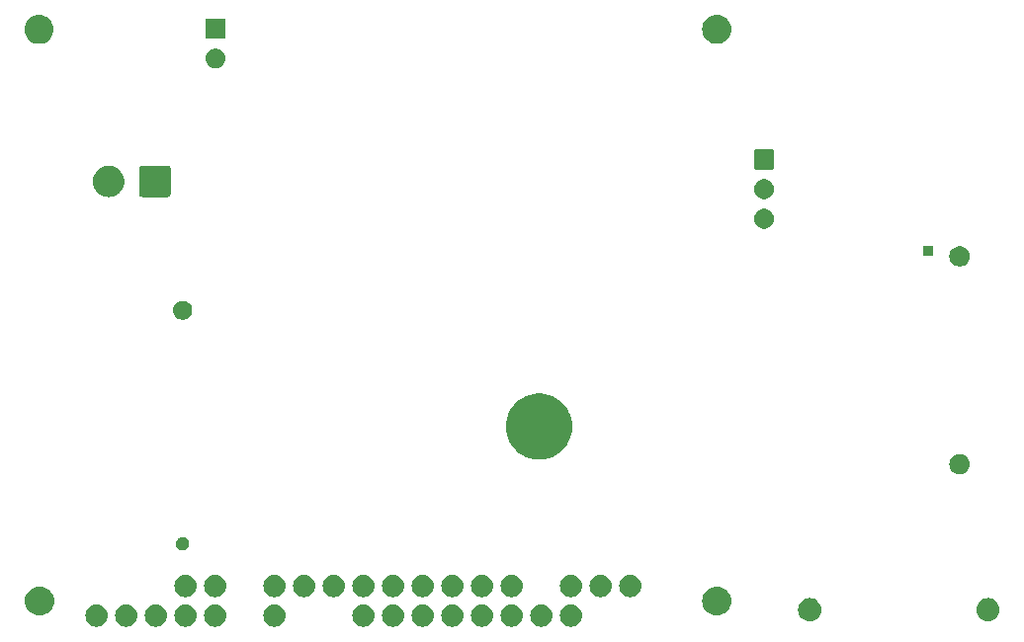
<source format=gbr>
%TF.GenerationSoftware,KiCad,Pcbnew,7.0.10*%
%TF.CreationDate,2024-12-22T17:19:54-08:00*%
%TF.ProjectId,mainbox2.1,6d61696e-626f-4783-922e-312e6b696361,rev?*%
%TF.SameCoordinates,Original*%
%TF.FileFunction,Soldermask,Bot*%
%TF.FilePolarity,Negative*%
%FSLAX46Y46*%
G04 Gerber Fmt 4.6, Leading zero omitted, Abs format (unit mm)*
G04 Created by KiCad (PCBNEW 7.0.10) date 2024-12-22 17:19:54*
%MOMM*%
%LPD*%
G01*
G04 APERTURE LIST*
G04 APERTURE END LIST*
G36*
X70231336Y-114448254D02*
G01*
X70409549Y-114502314D01*
X70573792Y-114590104D01*
X70717751Y-114708249D01*
X70835896Y-114852208D01*
X70923686Y-115016451D01*
X70977746Y-115194664D01*
X70996000Y-115380000D01*
X70977746Y-115565336D01*
X70923686Y-115743549D01*
X70835896Y-115907792D01*
X70717751Y-116051751D01*
X70573792Y-116169896D01*
X70409549Y-116257686D01*
X70231336Y-116311746D01*
X70046000Y-116330000D01*
X69860664Y-116311746D01*
X69682451Y-116257686D01*
X69518208Y-116169896D01*
X69374249Y-116051751D01*
X69256104Y-115907792D01*
X69168314Y-115743549D01*
X69114254Y-115565336D01*
X69096000Y-115380000D01*
X69114254Y-115194664D01*
X69168314Y-115016451D01*
X69256104Y-114852208D01*
X69374249Y-114708249D01*
X69518208Y-114590104D01*
X69682451Y-114502314D01*
X69860664Y-114448254D01*
X70046000Y-114430000D01*
X70231336Y-114448254D01*
G37*
G36*
X72771336Y-114448254D02*
G01*
X72949549Y-114502314D01*
X73113792Y-114590104D01*
X73257751Y-114708249D01*
X73375896Y-114852208D01*
X73463686Y-115016451D01*
X73517746Y-115194664D01*
X73536000Y-115380000D01*
X73517746Y-115565336D01*
X73463686Y-115743549D01*
X73375896Y-115907792D01*
X73257751Y-116051751D01*
X73113792Y-116169896D01*
X72949549Y-116257686D01*
X72771336Y-116311746D01*
X72586000Y-116330000D01*
X72400664Y-116311746D01*
X72222451Y-116257686D01*
X72058208Y-116169896D01*
X71914249Y-116051751D01*
X71796104Y-115907792D01*
X71708314Y-115743549D01*
X71654254Y-115565336D01*
X71636000Y-115380000D01*
X71654254Y-115194664D01*
X71708314Y-115016451D01*
X71796104Y-114852208D01*
X71914249Y-114708249D01*
X72058208Y-114590104D01*
X72222451Y-114502314D01*
X72400664Y-114448254D01*
X72586000Y-114430000D01*
X72771336Y-114448254D01*
G37*
G36*
X75311336Y-114448254D02*
G01*
X75489549Y-114502314D01*
X75653792Y-114590104D01*
X75797751Y-114708249D01*
X75915896Y-114852208D01*
X76003686Y-115016451D01*
X76057746Y-115194664D01*
X76076000Y-115380000D01*
X76057746Y-115565336D01*
X76003686Y-115743549D01*
X75915896Y-115907792D01*
X75797751Y-116051751D01*
X75653792Y-116169896D01*
X75489549Y-116257686D01*
X75311336Y-116311746D01*
X75126000Y-116330000D01*
X74940664Y-116311746D01*
X74762451Y-116257686D01*
X74598208Y-116169896D01*
X74454249Y-116051751D01*
X74336104Y-115907792D01*
X74248314Y-115743549D01*
X74194254Y-115565336D01*
X74176000Y-115380000D01*
X74194254Y-115194664D01*
X74248314Y-115016451D01*
X74336104Y-114852208D01*
X74454249Y-114708249D01*
X74598208Y-114590104D01*
X74762451Y-114502314D01*
X74940664Y-114448254D01*
X75126000Y-114430000D01*
X75311336Y-114448254D01*
G37*
G36*
X77851336Y-114448254D02*
G01*
X78029549Y-114502314D01*
X78193792Y-114590104D01*
X78337751Y-114708249D01*
X78455896Y-114852208D01*
X78543686Y-115016451D01*
X78597746Y-115194664D01*
X78616000Y-115380000D01*
X78597746Y-115565336D01*
X78543686Y-115743549D01*
X78455896Y-115907792D01*
X78337751Y-116051751D01*
X78193792Y-116169896D01*
X78029549Y-116257686D01*
X77851336Y-116311746D01*
X77666000Y-116330000D01*
X77480664Y-116311746D01*
X77302451Y-116257686D01*
X77138208Y-116169896D01*
X76994249Y-116051751D01*
X76876104Y-115907792D01*
X76788314Y-115743549D01*
X76734254Y-115565336D01*
X76716000Y-115380000D01*
X76734254Y-115194664D01*
X76788314Y-115016451D01*
X76876104Y-114852208D01*
X76994249Y-114708249D01*
X77138208Y-114590104D01*
X77302451Y-114502314D01*
X77480664Y-114448254D01*
X77666000Y-114430000D01*
X77851336Y-114448254D01*
G37*
G36*
X80391336Y-114448254D02*
G01*
X80569549Y-114502314D01*
X80733792Y-114590104D01*
X80877751Y-114708249D01*
X80995896Y-114852208D01*
X81083686Y-115016451D01*
X81137746Y-115194664D01*
X81156000Y-115380000D01*
X81137746Y-115565336D01*
X81083686Y-115743549D01*
X80995896Y-115907792D01*
X80877751Y-116051751D01*
X80733792Y-116169896D01*
X80569549Y-116257686D01*
X80391336Y-116311746D01*
X80206000Y-116330000D01*
X80020664Y-116311746D01*
X79842451Y-116257686D01*
X79678208Y-116169896D01*
X79534249Y-116051751D01*
X79416104Y-115907792D01*
X79328314Y-115743549D01*
X79274254Y-115565336D01*
X79256000Y-115380000D01*
X79274254Y-115194664D01*
X79328314Y-115016451D01*
X79416104Y-114852208D01*
X79534249Y-114708249D01*
X79678208Y-114590104D01*
X79842451Y-114502314D01*
X80020664Y-114448254D01*
X80206000Y-114430000D01*
X80391336Y-114448254D01*
G37*
G36*
X85471336Y-114448254D02*
G01*
X85649549Y-114502314D01*
X85813792Y-114590104D01*
X85957751Y-114708249D01*
X86075896Y-114852208D01*
X86163686Y-115016451D01*
X86217746Y-115194664D01*
X86236000Y-115380000D01*
X86217746Y-115565336D01*
X86163686Y-115743549D01*
X86075896Y-115907792D01*
X85957751Y-116051751D01*
X85813792Y-116169896D01*
X85649549Y-116257686D01*
X85471336Y-116311746D01*
X85286000Y-116330000D01*
X85100664Y-116311746D01*
X84922451Y-116257686D01*
X84758208Y-116169896D01*
X84614249Y-116051751D01*
X84496104Y-115907792D01*
X84408314Y-115743549D01*
X84354254Y-115565336D01*
X84336000Y-115380000D01*
X84354254Y-115194664D01*
X84408314Y-115016451D01*
X84496104Y-114852208D01*
X84614249Y-114708249D01*
X84758208Y-114590104D01*
X84922451Y-114502314D01*
X85100664Y-114448254D01*
X85286000Y-114430000D01*
X85471336Y-114448254D01*
G37*
G36*
X93091336Y-114448254D02*
G01*
X93269549Y-114502314D01*
X93433792Y-114590104D01*
X93577751Y-114708249D01*
X93695896Y-114852208D01*
X93783686Y-115016451D01*
X93837746Y-115194664D01*
X93856000Y-115380000D01*
X93837746Y-115565336D01*
X93783686Y-115743549D01*
X93695896Y-115907792D01*
X93577751Y-116051751D01*
X93433792Y-116169896D01*
X93269549Y-116257686D01*
X93091336Y-116311746D01*
X92906000Y-116330000D01*
X92720664Y-116311746D01*
X92542451Y-116257686D01*
X92378208Y-116169896D01*
X92234249Y-116051751D01*
X92116104Y-115907792D01*
X92028314Y-115743549D01*
X91974254Y-115565336D01*
X91956000Y-115380000D01*
X91974254Y-115194664D01*
X92028314Y-115016451D01*
X92116104Y-114852208D01*
X92234249Y-114708249D01*
X92378208Y-114590104D01*
X92542451Y-114502314D01*
X92720664Y-114448254D01*
X92906000Y-114430000D01*
X93091336Y-114448254D01*
G37*
G36*
X95631336Y-114448254D02*
G01*
X95809549Y-114502314D01*
X95973792Y-114590104D01*
X96117751Y-114708249D01*
X96235896Y-114852208D01*
X96323686Y-115016451D01*
X96377746Y-115194664D01*
X96396000Y-115380000D01*
X96377746Y-115565336D01*
X96323686Y-115743549D01*
X96235896Y-115907792D01*
X96117751Y-116051751D01*
X95973792Y-116169896D01*
X95809549Y-116257686D01*
X95631336Y-116311746D01*
X95446000Y-116330000D01*
X95260664Y-116311746D01*
X95082451Y-116257686D01*
X94918208Y-116169896D01*
X94774249Y-116051751D01*
X94656104Y-115907792D01*
X94568314Y-115743549D01*
X94514254Y-115565336D01*
X94496000Y-115380000D01*
X94514254Y-115194664D01*
X94568314Y-115016451D01*
X94656104Y-114852208D01*
X94774249Y-114708249D01*
X94918208Y-114590104D01*
X95082451Y-114502314D01*
X95260664Y-114448254D01*
X95446000Y-114430000D01*
X95631336Y-114448254D01*
G37*
G36*
X98171336Y-114448254D02*
G01*
X98349549Y-114502314D01*
X98513792Y-114590104D01*
X98657751Y-114708249D01*
X98775896Y-114852208D01*
X98863686Y-115016451D01*
X98917746Y-115194664D01*
X98936000Y-115380000D01*
X98917746Y-115565336D01*
X98863686Y-115743549D01*
X98775896Y-115907792D01*
X98657751Y-116051751D01*
X98513792Y-116169896D01*
X98349549Y-116257686D01*
X98171336Y-116311746D01*
X97986000Y-116330000D01*
X97800664Y-116311746D01*
X97622451Y-116257686D01*
X97458208Y-116169896D01*
X97314249Y-116051751D01*
X97196104Y-115907792D01*
X97108314Y-115743549D01*
X97054254Y-115565336D01*
X97036000Y-115380000D01*
X97054254Y-115194664D01*
X97108314Y-115016451D01*
X97196104Y-114852208D01*
X97314249Y-114708249D01*
X97458208Y-114590104D01*
X97622451Y-114502314D01*
X97800664Y-114448254D01*
X97986000Y-114430000D01*
X98171336Y-114448254D01*
G37*
G36*
X100711336Y-114448254D02*
G01*
X100889549Y-114502314D01*
X101053792Y-114590104D01*
X101197751Y-114708249D01*
X101315896Y-114852208D01*
X101403686Y-115016451D01*
X101457746Y-115194664D01*
X101476000Y-115380000D01*
X101457746Y-115565336D01*
X101403686Y-115743549D01*
X101315896Y-115907792D01*
X101197751Y-116051751D01*
X101053792Y-116169896D01*
X100889549Y-116257686D01*
X100711336Y-116311746D01*
X100526000Y-116330000D01*
X100340664Y-116311746D01*
X100162451Y-116257686D01*
X99998208Y-116169896D01*
X99854249Y-116051751D01*
X99736104Y-115907792D01*
X99648314Y-115743549D01*
X99594254Y-115565336D01*
X99576000Y-115380000D01*
X99594254Y-115194664D01*
X99648314Y-115016451D01*
X99736104Y-114852208D01*
X99854249Y-114708249D01*
X99998208Y-114590104D01*
X100162451Y-114502314D01*
X100340664Y-114448254D01*
X100526000Y-114430000D01*
X100711336Y-114448254D01*
G37*
G36*
X103251336Y-114448254D02*
G01*
X103429549Y-114502314D01*
X103593792Y-114590104D01*
X103737751Y-114708249D01*
X103855896Y-114852208D01*
X103943686Y-115016451D01*
X103997746Y-115194664D01*
X104016000Y-115380000D01*
X103997746Y-115565336D01*
X103943686Y-115743549D01*
X103855896Y-115907792D01*
X103737751Y-116051751D01*
X103593792Y-116169896D01*
X103429549Y-116257686D01*
X103251336Y-116311746D01*
X103066000Y-116330000D01*
X102880664Y-116311746D01*
X102702451Y-116257686D01*
X102538208Y-116169896D01*
X102394249Y-116051751D01*
X102276104Y-115907792D01*
X102188314Y-115743549D01*
X102134254Y-115565336D01*
X102116000Y-115380000D01*
X102134254Y-115194664D01*
X102188314Y-115016451D01*
X102276104Y-114852208D01*
X102394249Y-114708249D01*
X102538208Y-114590104D01*
X102702451Y-114502314D01*
X102880664Y-114448254D01*
X103066000Y-114430000D01*
X103251336Y-114448254D01*
G37*
G36*
X105791336Y-114448254D02*
G01*
X105969549Y-114502314D01*
X106133792Y-114590104D01*
X106277751Y-114708249D01*
X106395896Y-114852208D01*
X106483686Y-115016451D01*
X106537746Y-115194664D01*
X106556000Y-115380000D01*
X106537746Y-115565336D01*
X106483686Y-115743549D01*
X106395896Y-115907792D01*
X106277751Y-116051751D01*
X106133792Y-116169896D01*
X105969549Y-116257686D01*
X105791336Y-116311746D01*
X105606000Y-116330000D01*
X105420664Y-116311746D01*
X105242451Y-116257686D01*
X105078208Y-116169896D01*
X104934249Y-116051751D01*
X104816104Y-115907792D01*
X104728314Y-115743549D01*
X104674254Y-115565336D01*
X104656000Y-115380000D01*
X104674254Y-115194664D01*
X104728314Y-115016451D01*
X104816104Y-114852208D01*
X104934249Y-114708249D01*
X105078208Y-114590104D01*
X105242451Y-114502314D01*
X105420664Y-114448254D01*
X105606000Y-114430000D01*
X105791336Y-114448254D01*
G37*
G36*
X108331336Y-114448254D02*
G01*
X108509549Y-114502314D01*
X108673792Y-114590104D01*
X108817751Y-114708249D01*
X108935896Y-114852208D01*
X109023686Y-115016451D01*
X109077746Y-115194664D01*
X109096000Y-115380000D01*
X109077746Y-115565336D01*
X109023686Y-115743549D01*
X108935896Y-115907792D01*
X108817751Y-116051751D01*
X108673792Y-116169896D01*
X108509549Y-116257686D01*
X108331336Y-116311746D01*
X108146000Y-116330000D01*
X107960664Y-116311746D01*
X107782451Y-116257686D01*
X107618208Y-116169896D01*
X107474249Y-116051751D01*
X107356104Y-115907792D01*
X107268314Y-115743549D01*
X107214254Y-115565336D01*
X107196000Y-115380000D01*
X107214254Y-115194664D01*
X107268314Y-115016451D01*
X107356104Y-114852208D01*
X107474249Y-114708249D01*
X107618208Y-114590104D01*
X107782451Y-114502314D01*
X107960664Y-114448254D01*
X108146000Y-114430000D01*
X108331336Y-114448254D01*
G37*
G36*
X110871336Y-114448254D02*
G01*
X111049549Y-114502314D01*
X111213792Y-114590104D01*
X111357751Y-114708249D01*
X111475896Y-114852208D01*
X111563686Y-115016451D01*
X111617746Y-115194664D01*
X111636000Y-115380000D01*
X111617746Y-115565336D01*
X111563686Y-115743549D01*
X111475896Y-115907792D01*
X111357751Y-116051751D01*
X111213792Y-116169896D01*
X111049549Y-116257686D01*
X110871336Y-116311746D01*
X110686000Y-116330000D01*
X110500664Y-116311746D01*
X110322451Y-116257686D01*
X110158208Y-116169896D01*
X110014249Y-116051751D01*
X109896104Y-115907792D01*
X109808314Y-115743549D01*
X109754254Y-115565336D01*
X109736000Y-115380000D01*
X109754254Y-115194664D01*
X109808314Y-115016451D01*
X109896104Y-114852208D01*
X110014249Y-114708249D01*
X110158208Y-114590104D01*
X110322451Y-114502314D01*
X110500664Y-114448254D01*
X110686000Y-114430000D01*
X110871336Y-114448254D01*
G37*
G36*
X131331090Y-113889215D02*
G01*
X131518683Y-113946120D01*
X131691570Y-114038530D01*
X131843107Y-114162893D01*
X131967470Y-114314430D01*
X132059880Y-114487317D01*
X132116785Y-114674910D01*
X132136000Y-114870000D01*
X132116785Y-115065090D01*
X132059880Y-115252683D01*
X131967470Y-115425570D01*
X131843107Y-115577107D01*
X131691570Y-115701470D01*
X131518683Y-115793880D01*
X131331090Y-115850785D01*
X131136000Y-115870000D01*
X130940910Y-115850785D01*
X130753317Y-115793880D01*
X130580430Y-115701470D01*
X130428893Y-115577107D01*
X130304530Y-115425570D01*
X130212120Y-115252683D01*
X130155215Y-115065090D01*
X130136000Y-114870000D01*
X130155215Y-114674910D01*
X130212120Y-114487317D01*
X130304530Y-114314430D01*
X130428893Y-114162893D01*
X130580430Y-114038530D01*
X130753317Y-113946120D01*
X130940910Y-113889215D01*
X131136000Y-113870000D01*
X131331090Y-113889215D01*
G37*
G36*
X146611090Y-113889215D02*
G01*
X146798683Y-113946120D01*
X146971570Y-114038530D01*
X147123107Y-114162893D01*
X147247470Y-114314430D01*
X147339880Y-114487317D01*
X147396785Y-114674910D01*
X147416000Y-114870000D01*
X147396785Y-115065090D01*
X147339880Y-115252683D01*
X147247470Y-115425570D01*
X147123107Y-115577107D01*
X146971570Y-115701470D01*
X146798683Y-115793880D01*
X146611090Y-115850785D01*
X146416000Y-115870000D01*
X146220910Y-115850785D01*
X146033317Y-115793880D01*
X145860430Y-115701470D01*
X145708893Y-115577107D01*
X145584530Y-115425570D01*
X145492120Y-115252683D01*
X145435215Y-115065090D01*
X145416000Y-114870000D01*
X145435215Y-114674910D01*
X145492120Y-114487317D01*
X145584530Y-114314430D01*
X145708893Y-114162893D01*
X145860430Y-114038530D01*
X146033317Y-113946120D01*
X146220910Y-113889215D01*
X146416000Y-113870000D01*
X146611090Y-113889215D01*
G37*
G36*
X65393060Y-112888990D02*
G01*
X65603525Y-112945384D01*
X65801000Y-113037468D01*
X65979485Y-113162444D01*
X66133556Y-113316515D01*
X66258532Y-113495000D01*
X66350616Y-113692475D01*
X66407010Y-113902940D01*
X66426000Y-114120000D01*
X66407010Y-114337060D01*
X66350616Y-114547525D01*
X66258532Y-114745000D01*
X66133556Y-114923485D01*
X65979485Y-115077556D01*
X65801000Y-115202532D01*
X65603525Y-115294616D01*
X65393060Y-115351010D01*
X65176000Y-115370000D01*
X64958940Y-115351010D01*
X64748475Y-115294616D01*
X64551000Y-115202532D01*
X64372515Y-115077556D01*
X64218444Y-114923485D01*
X64093468Y-114745000D01*
X64001384Y-114547525D01*
X63944990Y-114337060D01*
X63926000Y-114120000D01*
X63944990Y-113902940D01*
X64001384Y-113692475D01*
X64093468Y-113495000D01*
X64218444Y-113316515D01*
X64372515Y-113162444D01*
X64551000Y-113037468D01*
X64748475Y-112945384D01*
X64958940Y-112888990D01*
X65176000Y-112870000D01*
X65393060Y-112888990D01*
G37*
G36*
X123393060Y-112888990D02*
G01*
X123603525Y-112945384D01*
X123801000Y-113037468D01*
X123979485Y-113162444D01*
X124133556Y-113316515D01*
X124258532Y-113495000D01*
X124350616Y-113692475D01*
X124407010Y-113902940D01*
X124426000Y-114120000D01*
X124407010Y-114337060D01*
X124350616Y-114547525D01*
X124258532Y-114745000D01*
X124133556Y-114923485D01*
X123979485Y-115077556D01*
X123801000Y-115202532D01*
X123603525Y-115294616D01*
X123393060Y-115351010D01*
X123176000Y-115370000D01*
X122958940Y-115351010D01*
X122748475Y-115294616D01*
X122551000Y-115202532D01*
X122372515Y-115077556D01*
X122218444Y-114923485D01*
X122093468Y-114745000D01*
X122001384Y-114547525D01*
X121944990Y-114337060D01*
X121926000Y-114120000D01*
X121944990Y-113902940D01*
X122001384Y-113692475D01*
X122093468Y-113495000D01*
X122218444Y-113316515D01*
X122372515Y-113162444D01*
X122551000Y-113037468D01*
X122748475Y-112945384D01*
X122958940Y-112888990D01*
X123176000Y-112870000D01*
X123393060Y-112888990D01*
G37*
G36*
X77851336Y-111908254D02*
G01*
X78029549Y-111962314D01*
X78193792Y-112050104D01*
X78337751Y-112168249D01*
X78455896Y-112312208D01*
X78543686Y-112476451D01*
X78597746Y-112654664D01*
X78616000Y-112840000D01*
X78597746Y-113025336D01*
X78543686Y-113203549D01*
X78455896Y-113367792D01*
X78337751Y-113511751D01*
X78193792Y-113629896D01*
X78029549Y-113717686D01*
X77851336Y-113771746D01*
X77666000Y-113790000D01*
X77480664Y-113771746D01*
X77302451Y-113717686D01*
X77138208Y-113629896D01*
X76994249Y-113511751D01*
X76876104Y-113367792D01*
X76788314Y-113203549D01*
X76734254Y-113025336D01*
X76716000Y-112840000D01*
X76734254Y-112654664D01*
X76788314Y-112476451D01*
X76876104Y-112312208D01*
X76994249Y-112168249D01*
X77138208Y-112050104D01*
X77302451Y-111962314D01*
X77480664Y-111908254D01*
X77666000Y-111890000D01*
X77851336Y-111908254D01*
G37*
G36*
X80391336Y-111908254D02*
G01*
X80569549Y-111962314D01*
X80733792Y-112050104D01*
X80877751Y-112168249D01*
X80995896Y-112312208D01*
X81083686Y-112476451D01*
X81137746Y-112654664D01*
X81156000Y-112840000D01*
X81137746Y-113025336D01*
X81083686Y-113203549D01*
X80995896Y-113367792D01*
X80877751Y-113511751D01*
X80733792Y-113629896D01*
X80569549Y-113717686D01*
X80391336Y-113771746D01*
X80206000Y-113790000D01*
X80020664Y-113771746D01*
X79842451Y-113717686D01*
X79678208Y-113629896D01*
X79534249Y-113511751D01*
X79416104Y-113367792D01*
X79328314Y-113203549D01*
X79274254Y-113025336D01*
X79256000Y-112840000D01*
X79274254Y-112654664D01*
X79328314Y-112476451D01*
X79416104Y-112312208D01*
X79534249Y-112168249D01*
X79678208Y-112050104D01*
X79842451Y-111962314D01*
X80020664Y-111908254D01*
X80206000Y-111890000D01*
X80391336Y-111908254D01*
G37*
G36*
X85471336Y-111908254D02*
G01*
X85649549Y-111962314D01*
X85813792Y-112050104D01*
X85957751Y-112168249D01*
X86075896Y-112312208D01*
X86163686Y-112476451D01*
X86217746Y-112654664D01*
X86236000Y-112840000D01*
X86217746Y-113025336D01*
X86163686Y-113203549D01*
X86075896Y-113367792D01*
X85957751Y-113511751D01*
X85813792Y-113629896D01*
X85649549Y-113717686D01*
X85471336Y-113771746D01*
X85286000Y-113790000D01*
X85100664Y-113771746D01*
X84922451Y-113717686D01*
X84758208Y-113629896D01*
X84614249Y-113511751D01*
X84496104Y-113367792D01*
X84408314Y-113203549D01*
X84354254Y-113025336D01*
X84336000Y-112840000D01*
X84354254Y-112654664D01*
X84408314Y-112476451D01*
X84496104Y-112312208D01*
X84614249Y-112168249D01*
X84758208Y-112050104D01*
X84922451Y-111962314D01*
X85100664Y-111908254D01*
X85286000Y-111890000D01*
X85471336Y-111908254D01*
G37*
G36*
X88011336Y-111908254D02*
G01*
X88189549Y-111962314D01*
X88353792Y-112050104D01*
X88497751Y-112168249D01*
X88615896Y-112312208D01*
X88703686Y-112476451D01*
X88757746Y-112654664D01*
X88776000Y-112840000D01*
X88757746Y-113025336D01*
X88703686Y-113203549D01*
X88615896Y-113367792D01*
X88497751Y-113511751D01*
X88353792Y-113629896D01*
X88189549Y-113717686D01*
X88011336Y-113771746D01*
X87826000Y-113790000D01*
X87640664Y-113771746D01*
X87462451Y-113717686D01*
X87298208Y-113629896D01*
X87154249Y-113511751D01*
X87036104Y-113367792D01*
X86948314Y-113203549D01*
X86894254Y-113025336D01*
X86876000Y-112840000D01*
X86894254Y-112654664D01*
X86948314Y-112476451D01*
X87036104Y-112312208D01*
X87154249Y-112168249D01*
X87298208Y-112050104D01*
X87462451Y-111962314D01*
X87640664Y-111908254D01*
X87826000Y-111890000D01*
X88011336Y-111908254D01*
G37*
G36*
X90551336Y-111908254D02*
G01*
X90729549Y-111962314D01*
X90893792Y-112050104D01*
X91037751Y-112168249D01*
X91155896Y-112312208D01*
X91243686Y-112476451D01*
X91297746Y-112654664D01*
X91316000Y-112840000D01*
X91297746Y-113025336D01*
X91243686Y-113203549D01*
X91155896Y-113367792D01*
X91037751Y-113511751D01*
X90893792Y-113629896D01*
X90729549Y-113717686D01*
X90551336Y-113771746D01*
X90366000Y-113790000D01*
X90180664Y-113771746D01*
X90002451Y-113717686D01*
X89838208Y-113629896D01*
X89694249Y-113511751D01*
X89576104Y-113367792D01*
X89488314Y-113203549D01*
X89434254Y-113025336D01*
X89416000Y-112840000D01*
X89434254Y-112654664D01*
X89488314Y-112476451D01*
X89576104Y-112312208D01*
X89694249Y-112168249D01*
X89838208Y-112050104D01*
X90002451Y-111962314D01*
X90180664Y-111908254D01*
X90366000Y-111890000D01*
X90551336Y-111908254D01*
G37*
G36*
X93091336Y-111908254D02*
G01*
X93269549Y-111962314D01*
X93433792Y-112050104D01*
X93577751Y-112168249D01*
X93695896Y-112312208D01*
X93783686Y-112476451D01*
X93837746Y-112654664D01*
X93856000Y-112840000D01*
X93837746Y-113025336D01*
X93783686Y-113203549D01*
X93695896Y-113367792D01*
X93577751Y-113511751D01*
X93433792Y-113629896D01*
X93269549Y-113717686D01*
X93091336Y-113771746D01*
X92906000Y-113790000D01*
X92720664Y-113771746D01*
X92542451Y-113717686D01*
X92378208Y-113629896D01*
X92234249Y-113511751D01*
X92116104Y-113367792D01*
X92028314Y-113203549D01*
X91974254Y-113025336D01*
X91956000Y-112840000D01*
X91974254Y-112654664D01*
X92028314Y-112476451D01*
X92116104Y-112312208D01*
X92234249Y-112168249D01*
X92378208Y-112050104D01*
X92542451Y-111962314D01*
X92720664Y-111908254D01*
X92906000Y-111890000D01*
X93091336Y-111908254D01*
G37*
G36*
X95631336Y-111908254D02*
G01*
X95809549Y-111962314D01*
X95973792Y-112050104D01*
X96117751Y-112168249D01*
X96235896Y-112312208D01*
X96323686Y-112476451D01*
X96377746Y-112654664D01*
X96396000Y-112840000D01*
X96377746Y-113025336D01*
X96323686Y-113203549D01*
X96235896Y-113367792D01*
X96117751Y-113511751D01*
X95973792Y-113629896D01*
X95809549Y-113717686D01*
X95631336Y-113771746D01*
X95446000Y-113790000D01*
X95260664Y-113771746D01*
X95082451Y-113717686D01*
X94918208Y-113629896D01*
X94774249Y-113511751D01*
X94656104Y-113367792D01*
X94568314Y-113203549D01*
X94514254Y-113025336D01*
X94496000Y-112840000D01*
X94514254Y-112654664D01*
X94568314Y-112476451D01*
X94656104Y-112312208D01*
X94774249Y-112168249D01*
X94918208Y-112050104D01*
X95082451Y-111962314D01*
X95260664Y-111908254D01*
X95446000Y-111890000D01*
X95631336Y-111908254D01*
G37*
G36*
X98171336Y-111908254D02*
G01*
X98349549Y-111962314D01*
X98513792Y-112050104D01*
X98657751Y-112168249D01*
X98775896Y-112312208D01*
X98863686Y-112476451D01*
X98917746Y-112654664D01*
X98936000Y-112840000D01*
X98917746Y-113025336D01*
X98863686Y-113203549D01*
X98775896Y-113367792D01*
X98657751Y-113511751D01*
X98513792Y-113629896D01*
X98349549Y-113717686D01*
X98171336Y-113771746D01*
X97986000Y-113790000D01*
X97800664Y-113771746D01*
X97622451Y-113717686D01*
X97458208Y-113629896D01*
X97314249Y-113511751D01*
X97196104Y-113367792D01*
X97108314Y-113203549D01*
X97054254Y-113025336D01*
X97036000Y-112840000D01*
X97054254Y-112654664D01*
X97108314Y-112476451D01*
X97196104Y-112312208D01*
X97314249Y-112168249D01*
X97458208Y-112050104D01*
X97622451Y-111962314D01*
X97800664Y-111908254D01*
X97986000Y-111890000D01*
X98171336Y-111908254D01*
G37*
G36*
X100711336Y-111908254D02*
G01*
X100889549Y-111962314D01*
X101053792Y-112050104D01*
X101197751Y-112168249D01*
X101315896Y-112312208D01*
X101403686Y-112476451D01*
X101457746Y-112654664D01*
X101476000Y-112840000D01*
X101457746Y-113025336D01*
X101403686Y-113203549D01*
X101315896Y-113367792D01*
X101197751Y-113511751D01*
X101053792Y-113629896D01*
X100889549Y-113717686D01*
X100711336Y-113771746D01*
X100526000Y-113790000D01*
X100340664Y-113771746D01*
X100162451Y-113717686D01*
X99998208Y-113629896D01*
X99854249Y-113511751D01*
X99736104Y-113367792D01*
X99648314Y-113203549D01*
X99594254Y-113025336D01*
X99576000Y-112840000D01*
X99594254Y-112654664D01*
X99648314Y-112476451D01*
X99736104Y-112312208D01*
X99854249Y-112168249D01*
X99998208Y-112050104D01*
X100162451Y-111962314D01*
X100340664Y-111908254D01*
X100526000Y-111890000D01*
X100711336Y-111908254D01*
G37*
G36*
X103251336Y-111908254D02*
G01*
X103429549Y-111962314D01*
X103593792Y-112050104D01*
X103737751Y-112168249D01*
X103855896Y-112312208D01*
X103943686Y-112476451D01*
X103997746Y-112654664D01*
X104016000Y-112840000D01*
X103997746Y-113025336D01*
X103943686Y-113203549D01*
X103855896Y-113367792D01*
X103737751Y-113511751D01*
X103593792Y-113629896D01*
X103429549Y-113717686D01*
X103251336Y-113771746D01*
X103066000Y-113790000D01*
X102880664Y-113771746D01*
X102702451Y-113717686D01*
X102538208Y-113629896D01*
X102394249Y-113511751D01*
X102276104Y-113367792D01*
X102188314Y-113203549D01*
X102134254Y-113025336D01*
X102116000Y-112840000D01*
X102134254Y-112654664D01*
X102188314Y-112476451D01*
X102276104Y-112312208D01*
X102394249Y-112168249D01*
X102538208Y-112050104D01*
X102702451Y-111962314D01*
X102880664Y-111908254D01*
X103066000Y-111890000D01*
X103251336Y-111908254D01*
G37*
G36*
X105791336Y-111908254D02*
G01*
X105969549Y-111962314D01*
X106133792Y-112050104D01*
X106277751Y-112168249D01*
X106395896Y-112312208D01*
X106483686Y-112476451D01*
X106537746Y-112654664D01*
X106556000Y-112840000D01*
X106537746Y-113025336D01*
X106483686Y-113203549D01*
X106395896Y-113367792D01*
X106277751Y-113511751D01*
X106133792Y-113629896D01*
X105969549Y-113717686D01*
X105791336Y-113771746D01*
X105606000Y-113790000D01*
X105420664Y-113771746D01*
X105242451Y-113717686D01*
X105078208Y-113629896D01*
X104934249Y-113511751D01*
X104816104Y-113367792D01*
X104728314Y-113203549D01*
X104674254Y-113025336D01*
X104656000Y-112840000D01*
X104674254Y-112654664D01*
X104728314Y-112476451D01*
X104816104Y-112312208D01*
X104934249Y-112168249D01*
X105078208Y-112050104D01*
X105242451Y-111962314D01*
X105420664Y-111908254D01*
X105606000Y-111890000D01*
X105791336Y-111908254D01*
G37*
G36*
X110871336Y-111908254D02*
G01*
X111049549Y-111962314D01*
X111213792Y-112050104D01*
X111357751Y-112168249D01*
X111475896Y-112312208D01*
X111563686Y-112476451D01*
X111617746Y-112654664D01*
X111636000Y-112840000D01*
X111617746Y-113025336D01*
X111563686Y-113203549D01*
X111475896Y-113367792D01*
X111357751Y-113511751D01*
X111213792Y-113629896D01*
X111049549Y-113717686D01*
X110871336Y-113771746D01*
X110686000Y-113790000D01*
X110500664Y-113771746D01*
X110322451Y-113717686D01*
X110158208Y-113629896D01*
X110014249Y-113511751D01*
X109896104Y-113367792D01*
X109808314Y-113203549D01*
X109754254Y-113025336D01*
X109736000Y-112840000D01*
X109754254Y-112654664D01*
X109808314Y-112476451D01*
X109896104Y-112312208D01*
X110014249Y-112168249D01*
X110158208Y-112050104D01*
X110322451Y-111962314D01*
X110500664Y-111908254D01*
X110686000Y-111890000D01*
X110871336Y-111908254D01*
G37*
G36*
X113411336Y-111908254D02*
G01*
X113589549Y-111962314D01*
X113753792Y-112050104D01*
X113897751Y-112168249D01*
X114015896Y-112312208D01*
X114103686Y-112476451D01*
X114157746Y-112654664D01*
X114176000Y-112840000D01*
X114157746Y-113025336D01*
X114103686Y-113203549D01*
X114015896Y-113367792D01*
X113897751Y-113511751D01*
X113753792Y-113629896D01*
X113589549Y-113717686D01*
X113411336Y-113771746D01*
X113226000Y-113790000D01*
X113040664Y-113771746D01*
X112862451Y-113717686D01*
X112698208Y-113629896D01*
X112554249Y-113511751D01*
X112436104Y-113367792D01*
X112348314Y-113203549D01*
X112294254Y-113025336D01*
X112276000Y-112840000D01*
X112294254Y-112654664D01*
X112348314Y-112476451D01*
X112436104Y-112312208D01*
X112554249Y-112168249D01*
X112698208Y-112050104D01*
X112862451Y-111962314D01*
X113040664Y-111908254D01*
X113226000Y-111890000D01*
X113411336Y-111908254D01*
G37*
G36*
X115951336Y-111908254D02*
G01*
X116129549Y-111962314D01*
X116293792Y-112050104D01*
X116437751Y-112168249D01*
X116555896Y-112312208D01*
X116643686Y-112476451D01*
X116697746Y-112654664D01*
X116716000Y-112840000D01*
X116697746Y-113025336D01*
X116643686Y-113203549D01*
X116555896Y-113367792D01*
X116437751Y-113511751D01*
X116293792Y-113629896D01*
X116129549Y-113717686D01*
X115951336Y-113771746D01*
X115766000Y-113790000D01*
X115580664Y-113771746D01*
X115402451Y-113717686D01*
X115238208Y-113629896D01*
X115094249Y-113511751D01*
X114976104Y-113367792D01*
X114888314Y-113203549D01*
X114834254Y-113025336D01*
X114816000Y-112840000D01*
X114834254Y-112654664D01*
X114888314Y-112476451D01*
X114976104Y-112312208D01*
X115094249Y-112168249D01*
X115238208Y-112050104D01*
X115402451Y-111962314D01*
X115580664Y-111908254D01*
X115766000Y-111890000D01*
X115951336Y-111908254D01*
G37*
G36*
X77453859Y-108641963D02*
G01*
X77488463Y-108641963D01*
X77528141Y-108651742D01*
X77568021Y-108656993D01*
X77595318Y-108668299D01*
X77622965Y-108675114D01*
X77664877Y-108697111D01*
X77706700Y-108714435D01*
X77725782Y-108729077D01*
X77745623Y-108739491D01*
X77786193Y-108775433D01*
X77825786Y-108805814D01*
X77837037Y-108820476D01*
X77849314Y-108831353D01*
X77884512Y-108882346D01*
X77917165Y-108924900D01*
X77922087Y-108936783D01*
X77928005Y-108945357D01*
X77953682Y-109013062D01*
X77974607Y-109063579D01*
X77975545Y-109070710D01*
X77977128Y-109074882D01*
X77989387Y-109175843D01*
X77994200Y-109212400D01*
X77989386Y-109248959D01*
X77977128Y-109349917D01*
X77975546Y-109354088D01*
X77974607Y-109361221D01*
X77953678Y-109411748D01*
X77928005Y-109479442D01*
X77922088Y-109488013D01*
X77917165Y-109499900D01*
X77884505Y-109542462D01*
X77849314Y-109593446D01*
X77837039Y-109604320D01*
X77825786Y-109618986D01*
X77786185Y-109649373D01*
X77745623Y-109685308D01*
X77725786Y-109695719D01*
X77706700Y-109710365D01*
X77664868Y-109727691D01*
X77622965Y-109749685D01*
X77595323Y-109756498D01*
X77568021Y-109767807D01*
X77528139Y-109773057D01*
X77488463Y-109782837D01*
X77453859Y-109782837D01*
X77419200Y-109787400D01*
X77384541Y-109782837D01*
X77349937Y-109782837D01*
X77310260Y-109773057D01*
X77270379Y-109767807D01*
X77243077Y-109756498D01*
X77215434Y-109749685D01*
X77173526Y-109727689D01*
X77131700Y-109710365D01*
X77112615Y-109695720D01*
X77092776Y-109685308D01*
X77052207Y-109649367D01*
X77012614Y-109618986D01*
X77001362Y-109604322D01*
X76989085Y-109593446D01*
X76953884Y-109542449D01*
X76921235Y-109499900D01*
X76916313Y-109488017D01*
X76910394Y-109479442D01*
X76884709Y-109411719D01*
X76863793Y-109361221D01*
X76862854Y-109354092D01*
X76861271Y-109349917D01*
X76849000Y-109248862D01*
X76844200Y-109212400D01*
X76848999Y-109175941D01*
X76861271Y-109074882D01*
X76862854Y-109070706D01*
X76863793Y-109063579D01*
X76884705Y-109013091D01*
X76910394Y-108945357D01*
X76916314Y-108936780D01*
X76921235Y-108924900D01*
X76953878Y-108882359D01*
X76989085Y-108831353D01*
X77001364Y-108820474D01*
X77012614Y-108805814D01*
X77052199Y-108775438D01*
X77092776Y-108739491D01*
X77112619Y-108729076D01*
X77131700Y-108714435D01*
X77173517Y-108697113D01*
X77215434Y-108675114D01*
X77243082Y-108668299D01*
X77270379Y-108656993D01*
X77310257Y-108651742D01*
X77349937Y-108641963D01*
X77384541Y-108641963D01*
X77419200Y-108637400D01*
X77453859Y-108641963D01*
G37*
G36*
X144246390Y-101572826D02*
G01*
X144413500Y-101647228D01*
X144561489Y-101754748D01*
X144683890Y-101890688D01*
X144775352Y-102049105D01*
X144831879Y-102223077D01*
X144851000Y-102405000D01*
X144831879Y-102586923D01*
X144775352Y-102760895D01*
X144683890Y-102919312D01*
X144561489Y-103055252D01*
X144413500Y-103162772D01*
X144246390Y-103237174D01*
X144067462Y-103275207D01*
X143884538Y-103275207D01*
X143705610Y-103237174D01*
X143538500Y-103162772D01*
X143390511Y-103055252D01*
X143268110Y-102919312D01*
X143176648Y-102760895D01*
X143120121Y-102586923D01*
X143101000Y-102405000D01*
X143120121Y-102223077D01*
X143176648Y-102049105D01*
X143268110Y-101890688D01*
X143390511Y-101754748D01*
X143538500Y-101647228D01*
X143705610Y-101572826D01*
X143884538Y-101534793D01*
X144067462Y-101534793D01*
X144246390Y-101572826D01*
G37*
G36*
X108457675Y-96361722D02*
G01*
X108780348Y-96438197D01*
X109091961Y-96551615D01*
X109388300Y-96700442D01*
X109665357Y-96882666D01*
X109919387Y-97095821D01*
X110146952Y-97337027D01*
X110344977Y-97603020D01*
X110510783Y-97890204D01*
X110642127Y-98194695D01*
X110737235Y-98512376D01*
X110794819Y-98838949D01*
X110814100Y-99170000D01*
X110794819Y-99501051D01*
X110737235Y-99827624D01*
X110642127Y-100145305D01*
X110510783Y-100449796D01*
X110344977Y-100736980D01*
X110146952Y-101002973D01*
X109919387Y-101244179D01*
X109665357Y-101457334D01*
X109388300Y-101639558D01*
X109091961Y-101788385D01*
X108780348Y-101901803D01*
X108457675Y-101978278D01*
X108128306Y-102016776D01*
X107796694Y-102016776D01*
X107467325Y-101978278D01*
X107144652Y-101901803D01*
X106833039Y-101788385D01*
X106536700Y-101639558D01*
X106259643Y-101457334D01*
X106005613Y-101244179D01*
X105778048Y-101002973D01*
X105580023Y-100736980D01*
X105414217Y-100449796D01*
X105282873Y-100145305D01*
X105187765Y-99827624D01*
X105130181Y-99501051D01*
X105110900Y-99170000D01*
X105130181Y-98838949D01*
X105187765Y-98512376D01*
X105282873Y-98194695D01*
X105414217Y-97890204D01*
X105580023Y-97603020D01*
X105778048Y-97337027D01*
X106005613Y-97095821D01*
X106259643Y-96882666D01*
X106536700Y-96700442D01*
X106833039Y-96551615D01*
X107144652Y-96438197D01*
X107467325Y-96361722D01*
X107796694Y-96323224D01*
X108128306Y-96323224D01*
X108457675Y-96361722D01*
G37*
G36*
X77674139Y-88427778D02*
G01*
X77831700Y-88497929D01*
X77971233Y-88599306D01*
X78086639Y-88727477D01*
X78172875Y-88876842D01*
X78226172Y-89040873D01*
X78244200Y-89212400D01*
X78226172Y-89383927D01*
X78172875Y-89547958D01*
X78086639Y-89697323D01*
X77971233Y-89825494D01*
X77831700Y-89926871D01*
X77674139Y-89997022D01*
X77505436Y-90032881D01*
X77332964Y-90032881D01*
X77164261Y-89997022D01*
X77006700Y-89926871D01*
X76867167Y-89825494D01*
X76751761Y-89697323D01*
X76665525Y-89547958D01*
X76612228Y-89383927D01*
X76594200Y-89212400D01*
X76612228Y-89040873D01*
X76665525Y-88876842D01*
X76751761Y-88727477D01*
X76867167Y-88599306D01*
X77006700Y-88497929D01*
X77164261Y-88427778D01*
X77332964Y-88391919D01*
X77505436Y-88391919D01*
X77674139Y-88427778D01*
G37*
G36*
X144246390Y-83752826D02*
G01*
X144413500Y-83827228D01*
X144561489Y-83934748D01*
X144683890Y-84070688D01*
X144775352Y-84229105D01*
X144831879Y-84403077D01*
X144851000Y-84585000D01*
X144831879Y-84766923D01*
X144775352Y-84940895D01*
X144683890Y-85099312D01*
X144561489Y-85235252D01*
X144413500Y-85342772D01*
X144246390Y-85417174D01*
X144067462Y-85455207D01*
X143884538Y-85455207D01*
X143705610Y-85417174D01*
X143538500Y-85342772D01*
X143390511Y-85235252D01*
X143268110Y-85099312D01*
X143176648Y-84940895D01*
X143120121Y-84766923D01*
X143101000Y-84585000D01*
X143120121Y-84403077D01*
X143176648Y-84229105D01*
X143268110Y-84070688D01*
X143390511Y-83934748D01*
X143538500Y-83827228D01*
X143705610Y-83752826D01*
X143884538Y-83714793D01*
X144067462Y-83714793D01*
X144246390Y-83752826D01*
G37*
G36*
X141701000Y-84545000D02*
G01*
X140851000Y-84545000D01*
X140851000Y-83695000D01*
X141701000Y-83695000D01*
X141701000Y-84545000D01*
G37*
G36*
X127504519Y-80545896D02*
G01*
X127668000Y-80618682D01*
X127812776Y-80723868D01*
X127932519Y-80856856D01*
X128021995Y-81011833D01*
X128077294Y-81182028D01*
X128096000Y-81360000D01*
X128077294Y-81537972D01*
X128021995Y-81708167D01*
X127932519Y-81863144D01*
X127812776Y-81996132D01*
X127668000Y-82101318D01*
X127504519Y-82174104D01*
X127329476Y-82211311D01*
X127150524Y-82211311D01*
X126975481Y-82174104D01*
X126812000Y-82101318D01*
X126667224Y-81996132D01*
X126547481Y-81863144D01*
X126458005Y-81708167D01*
X126402706Y-81537972D01*
X126384000Y-81360000D01*
X126402706Y-81182028D01*
X126458005Y-81011833D01*
X126547481Y-80856856D01*
X126667224Y-80723868D01*
X126812000Y-80618682D01*
X126975481Y-80545896D01*
X127150524Y-80508689D01*
X127329476Y-80508689D01*
X127504519Y-80545896D01*
G37*
G36*
X127504519Y-78005896D02*
G01*
X127668000Y-78078682D01*
X127812776Y-78183868D01*
X127932519Y-78316856D01*
X128021995Y-78471833D01*
X128077294Y-78642028D01*
X128096000Y-78820000D01*
X128077294Y-78997972D01*
X128021995Y-79168167D01*
X127932519Y-79323144D01*
X127812776Y-79456132D01*
X127668000Y-79561318D01*
X127504519Y-79634104D01*
X127329476Y-79671311D01*
X127150524Y-79671311D01*
X126975481Y-79634104D01*
X126812000Y-79561318D01*
X126667224Y-79456132D01*
X126547481Y-79323144D01*
X126458005Y-79168167D01*
X126402706Y-78997972D01*
X126384000Y-78820000D01*
X126402706Y-78642028D01*
X126458005Y-78471833D01*
X126547481Y-78316856D01*
X126667224Y-78183868D01*
X126812000Y-78078682D01*
X126975481Y-78005896D01*
X127150524Y-77968689D01*
X127329476Y-77968689D01*
X127504519Y-78005896D01*
G37*
G36*
X71144680Y-76804784D02*
G01*
X71201469Y-76804784D01*
X71264060Y-76815228D01*
X71324425Y-76820510D01*
X71371830Y-76833212D01*
X71421359Y-76841477D01*
X71487796Y-76864284D01*
X71551727Y-76881415D01*
X71590890Y-76899677D01*
X71632221Y-76913866D01*
X71700130Y-76950616D01*
X71765000Y-76980866D01*
X71795537Y-77002248D01*
X71828282Y-77019969D01*
X71894936Y-77071848D01*
X71957763Y-77115840D01*
X71979906Y-77137983D01*
X72004213Y-77156902D01*
X72066658Y-77224735D01*
X72124160Y-77282237D01*
X72138672Y-77302963D01*
X72155203Y-77320920D01*
X72210355Y-77405337D01*
X72259134Y-77475000D01*
X72267275Y-77492459D01*
X72277136Y-77507552D01*
X72321886Y-77609571D01*
X72358585Y-77688273D01*
X72362003Y-77701030D01*
X72366687Y-77711708D01*
X72398052Y-77835567D01*
X72419490Y-77915575D01*
X72420111Y-77922678D01*
X72421416Y-77927830D01*
X72436709Y-78112388D01*
X72440000Y-78150000D01*
X72436709Y-78187614D01*
X72421416Y-78372169D01*
X72420111Y-78377319D01*
X72419490Y-78384425D01*
X72398047Y-78464450D01*
X72366687Y-78588291D01*
X72362003Y-78598967D01*
X72358585Y-78611727D01*
X72321878Y-78690443D01*
X72277136Y-78792447D01*
X72267277Y-78807537D01*
X72259134Y-78825000D01*
X72210345Y-78894676D01*
X72155203Y-78979079D01*
X72138675Y-78997032D01*
X72124160Y-79017763D01*
X72066646Y-79075276D01*
X72004213Y-79143097D01*
X71979910Y-79162012D01*
X71957763Y-79184160D01*
X71894923Y-79228160D01*
X71828282Y-79280030D01*
X71795543Y-79297747D01*
X71765000Y-79319134D01*
X71700116Y-79349389D01*
X71632221Y-79386133D01*
X71590898Y-79400319D01*
X71551727Y-79418585D01*
X71487782Y-79435718D01*
X71421359Y-79458522D01*
X71371838Y-79466785D01*
X71324425Y-79479490D01*
X71264057Y-79484771D01*
X71201469Y-79495216D01*
X71144680Y-79495216D01*
X71090000Y-79500000D01*
X71035320Y-79495216D01*
X70978531Y-79495216D01*
X70915942Y-79484771D01*
X70855575Y-79479490D01*
X70808163Y-79466786D01*
X70758640Y-79458522D01*
X70692212Y-79435717D01*
X70628273Y-79418585D01*
X70589104Y-79400320D01*
X70547778Y-79386133D01*
X70479875Y-79349386D01*
X70415000Y-79319134D01*
X70384459Y-79297749D01*
X70351717Y-79280030D01*
X70285066Y-79228153D01*
X70222237Y-79184160D01*
X70200092Y-79162015D01*
X70175786Y-79143097D01*
X70113340Y-79075263D01*
X70055840Y-79017763D01*
X70041327Y-78997036D01*
X70024796Y-78979079D01*
X69969639Y-78894655D01*
X69920866Y-78825000D01*
X69912725Y-78807542D01*
X69902863Y-78792447D01*
X69858104Y-78690407D01*
X69821415Y-78611727D01*
X69817997Y-78598973D01*
X69813312Y-78588291D01*
X69781934Y-78464382D01*
X69760510Y-78384425D01*
X69759888Y-78377325D01*
X69758583Y-78372169D01*
X69743272Y-78187398D01*
X69740000Y-78150000D01*
X69743271Y-78112604D01*
X69758583Y-77927830D01*
X69759889Y-77922672D01*
X69760510Y-77915575D01*
X69781929Y-77835635D01*
X69813312Y-77711708D01*
X69817998Y-77701024D01*
X69821415Y-77688273D01*
X69858097Y-77609608D01*
X69902863Y-77507552D01*
X69912727Y-77492453D01*
X69920866Y-77475000D01*
X69969629Y-77405358D01*
X70024796Y-77320920D01*
X70041330Y-77302959D01*
X70055840Y-77282237D01*
X70113329Y-77224747D01*
X70175786Y-77156902D01*
X70200097Y-77137979D01*
X70222237Y-77115840D01*
X70285053Y-77071855D01*
X70351717Y-77019969D01*
X70384466Y-77002246D01*
X70415000Y-76980866D01*
X70479862Y-76950620D01*
X70547778Y-76913866D01*
X70589112Y-76899675D01*
X70628273Y-76881415D01*
X70692199Y-76864286D01*
X70758640Y-76841477D01*
X70808170Y-76833211D01*
X70855575Y-76820510D01*
X70915938Y-76815228D01*
X70978531Y-76804784D01*
X71035320Y-76804784D01*
X71090000Y-76800000D01*
X71144680Y-76804784D01*
G37*
G36*
X76154115Y-76800818D02*
G01*
X76205378Y-76806766D01*
X76222892Y-76814499D01*
X76245670Y-76819030D01*
X76270054Y-76835323D01*
X76290788Y-76844478D01*
X76304950Y-76858640D01*
X76326776Y-76873224D01*
X76341359Y-76895049D01*
X76355521Y-76909211D01*
X76364675Y-76929943D01*
X76380970Y-76954330D01*
X76385500Y-76977108D01*
X76393233Y-76994621D01*
X76399182Y-77045898D01*
X76399999Y-77050002D01*
X76399999Y-77052932D01*
X76400000Y-77052941D01*
X76400000Y-78183868D01*
X76400000Y-79249999D01*
X76399180Y-79254116D01*
X76393233Y-79305378D01*
X76385501Y-79322888D01*
X76380970Y-79345670D01*
X76364673Y-79370058D01*
X76355521Y-79390788D01*
X76341361Y-79404947D01*
X76326776Y-79426776D01*
X76304947Y-79441361D01*
X76290788Y-79455521D01*
X76270058Y-79464673D01*
X76245670Y-79480970D01*
X76222889Y-79485501D01*
X76205378Y-79493233D01*
X76154102Y-79499182D01*
X76149998Y-79499999D01*
X76147066Y-79499999D01*
X76147058Y-79500000D01*
X73952942Y-79500000D01*
X73952941Y-79499999D01*
X73950001Y-79500000D01*
X73945883Y-79499181D01*
X73894621Y-79493233D01*
X73877110Y-79485501D01*
X73854330Y-79480970D01*
X73829943Y-79464675D01*
X73809211Y-79455521D01*
X73795049Y-79441359D01*
X73773224Y-79426776D01*
X73758640Y-79404950D01*
X73744478Y-79390788D01*
X73735323Y-79370054D01*
X73719030Y-79345670D01*
X73714499Y-79322893D01*
X73706766Y-79305378D01*
X73700817Y-79254101D01*
X73700001Y-79249998D01*
X73700000Y-79247066D01*
X73700000Y-79247058D01*
X73700000Y-77052941D01*
X73700000Y-77052940D01*
X73700000Y-77050001D01*
X73700818Y-77045886D01*
X73706766Y-76994621D01*
X73714499Y-76977105D01*
X73719030Y-76954330D01*
X73735321Y-76929947D01*
X73744478Y-76909211D01*
X73758642Y-76895046D01*
X73773224Y-76873224D01*
X73795046Y-76858642D01*
X73809211Y-76844478D01*
X73829947Y-76835321D01*
X73854330Y-76819030D01*
X73877104Y-76814500D01*
X73894621Y-76806766D01*
X73945898Y-76800817D01*
X73950002Y-76800001D01*
X73952933Y-76800000D01*
X73952942Y-76800000D01*
X76147058Y-76800000D01*
X76149999Y-76800000D01*
X76154115Y-76800818D01*
G37*
G36*
X128033034Y-75431764D02*
G01*
X128066125Y-75453875D01*
X128088236Y-75486966D01*
X128096000Y-75526000D01*
X128096000Y-77034000D01*
X128088236Y-77073034D01*
X128066125Y-77106125D01*
X128033034Y-77128236D01*
X127994000Y-77136000D01*
X126486000Y-77136000D01*
X126446966Y-77128236D01*
X126413875Y-77106125D01*
X126391764Y-77073034D01*
X126384000Y-77034000D01*
X126384000Y-75526000D01*
X126391764Y-75486966D01*
X126413875Y-75453875D01*
X126446966Y-75431764D01*
X126486000Y-75424000D01*
X127994000Y-75424000D01*
X128033034Y-75431764D01*
G37*
G36*
X80526664Y-66806402D02*
G01*
X80689000Y-66878678D01*
X80832761Y-66983127D01*
X80951664Y-67115183D01*
X81040514Y-67269074D01*
X81095425Y-67438075D01*
X81114000Y-67614800D01*
X81095425Y-67791525D01*
X81040514Y-67960526D01*
X80951664Y-68114417D01*
X80832761Y-68246473D01*
X80689000Y-68350922D01*
X80526664Y-68423198D01*
X80352849Y-68460144D01*
X80175151Y-68460144D01*
X80001336Y-68423198D01*
X79839000Y-68350922D01*
X79695239Y-68246473D01*
X79576336Y-68114417D01*
X79487486Y-67960526D01*
X79432575Y-67791525D01*
X79414000Y-67614800D01*
X79432575Y-67438075D01*
X79487486Y-67269074D01*
X79576336Y-67115183D01*
X79695239Y-66983127D01*
X79839000Y-66878678D01*
X80001336Y-66806402D01*
X80175151Y-66769456D01*
X80352849Y-66769456D01*
X80526664Y-66806402D01*
G37*
G36*
X65342660Y-63894590D02*
G01*
X65553125Y-63950984D01*
X65750600Y-64043068D01*
X65929085Y-64168044D01*
X66083156Y-64322115D01*
X66208132Y-64500600D01*
X66300216Y-64698075D01*
X66356610Y-64908540D01*
X66375600Y-65125600D01*
X66356610Y-65342660D01*
X66300216Y-65553125D01*
X66208132Y-65750600D01*
X66083156Y-65929085D01*
X65929085Y-66083156D01*
X65750600Y-66208132D01*
X65553125Y-66300216D01*
X65342660Y-66356610D01*
X65125600Y-66375600D01*
X64908540Y-66356610D01*
X64698075Y-66300216D01*
X64500600Y-66208132D01*
X64322115Y-66083156D01*
X64168044Y-65929085D01*
X64043068Y-65750600D01*
X63950984Y-65553125D01*
X63894590Y-65342660D01*
X63875600Y-65125600D01*
X63894590Y-64908540D01*
X63950984Y-64698075D01*
X64043068Y-64500600D01*
X64168044Y-64322115D01*
X64322115Y-64168044D01*
X64500600Y-64043068D01*
X64698075Y-63950984D01*
X64908540Y-63894590D01*
X65125600Y-63875600D01*
X65342660Y-63894590D01*
G37*
G36*
X123393060Y-63888990D02*
G01*
X123603525Y-63945384D01*
X123801000Y-64037468D01*
X123979485Y-64162444D01*
X124133556Y-64316515D01*
X124258532Y-64495000D01*
X124350616Y-64692475D01*
X124407010Y-64902940D01*
X124426000Y-65120000D01*
X124407010Y-65337060D01*
X124350616Y-65547525D01*
X124258532Y-65745000D01*
X124133556Y-65923485D01*
X123979485Y-66077556D01*
X123801000Y-66202532D01*
X123603525Y-66294616D01*
X123393060Y-66351010D01*
X123176000Y-66370000D01*
X122958940Y-66351010D01*
X122748475Y-66294616D01*
X122551000Y-66202532D01*
X122372515Y-66077556D01*
X122218444Y-65923485D01*
X122093468Y-65745000D01*
X122001384Y-65547525D01*
X121944990Y-65337060D01*
X121926000Y-65120000D01*
X121944990Y-64902940D01*
X122001384Y-64692475D01*
X122093468Y-64495000D01*
X122218444Y-64316515D01*
X122372515Y-64162444D01*
X122551000Y-64037468D01*
X122748475Y-63945384D01*
X122958940Y-63888990D01*
X123176000Y-63870000D01*
X123393060Y-63888990D01*
G37*
G36*
X81114000Y-65924800D02*
G01*
X79414000Y-65924800D01*
X79414000Y-64224800D01*
X81114000Y-64224800D01*
X81114000Y-65924800D01*
G37*
M02*

</source>
